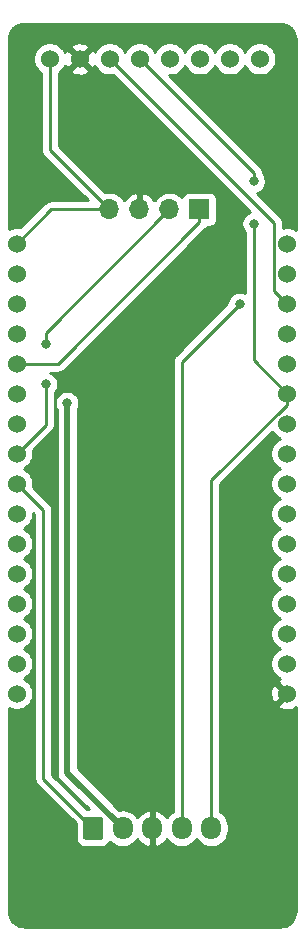
<source format=gbr>
G04 #@! TF.GenerationSoftware,KiCad,Pcbnew,(5.1.0-0)*
G04 #@! TF.CreationDate,2019-06-19T18:31:01-07:00*
G04 #@! TF.ProjectId,d32_sapflow_rtc,6433325f-7361-4706-966c-6f775f727463,rev?*
G04 #@! TF.SameCoordinates,Original*
G04 #@! TF.FileFunction,Copper,L1,Top*
G04 #@! TF.FilePolarity,Positive*
%FSLAX46Y46*%
G04 Gerber Fmt 4.6, Leading zero omitted, Abs format (unit mm)*
G04 Created by KiCad (PCBNEW (5.1.0-0)) date 2019-06-19 18:31:01*
%MOMM*%
%LPD*%
G04 APERTURE LIST*
%ADD10R,1.700000X1.700000*%
%ADD11O,1.700000X1.700000*%
%ADD12C,1.524000*%
%ADD13C,0.100000*%
%ADD14C,1.700000*%
%ADD15O,1.700000X1.950000*%
%ADD16C,0.800000*%
%ADD17C,0.250000*%
%ADD18C,0.500000*%
%ADD19C,0.254000*%
G04 APERTURE END LIST*
D10*
X170600000Y-85800000D03*
D11*
X168060000Y-85800000D03*
X165520000Y-85800000D03*
X162980000Y-85800000D03*
D12*
X155145001Y-88695001D03*
X155145001Y-91235001D03*
X155145001Y-93775001D03*
X155145001Y-96315001D03*
X155145001Y-98855001D03*
X155145001Y-101395001D03*
X155145001Y-103935001D03*
X155145001Y-106475001D03*
X155145001Y-109015001D03*
X155145001Y-111555001D03*
X155145001Y-114095001D03*
X155145001Y-116635001D03*
X155145001Y-119175001D03*
X155145001Y-121715001D03*
X155145001Y-124255001D03*
X155145001Y-126795001D03*
X178005001Y-126795001D03*
X178005001Y-124255001D03*
X178005001Y-121715001D03*
X178005001Y-119175001D03*
X178005001Y-116635001D03*
X178005001Y-114095001D03*
X178005001Y-111555001D03*
X178005001Y-109015001D03*
X178005001Y-106475001D03*
X178005001Y-103935001D03*
X178005001Y-101395001D03*
X178005001Y-98855001D03*
X178005001Y-96315001D03*
X178005001Y-93775001D03*
X178005001Y-91235001D03*
X178005001Y-88695001D03*
D13*
G36*
X162224504Y-137226204D02*
G01*
X162248773Y-137229804D01*
X162272571Y-137235765D01*
X162295671Y-137244030D01*
X162317849Y-137254520D01*
X162338893Y-137267133D01*
X162358598Y-137281747D01*
X162376777Y-137298223D01*
X162393253Y-137316402D01*
X162407867Y-137336107D01*
X162420480Y-137357151D01*
X162430970Y-137379329D01*
X162439235Y-137402429D01*
X162445196Y-137426227D01*
X162448796Y-137450496D01*
X162450000Y-137475000D01*
X162450000Y-138925000D01*
X162448796Y-138949504D01*
X162445196Y-138973773D01*
X162439235Y-138997571D01*
X162430970Y-139020671D01*
X162420480Y-139042849D01*
X162407867Y-139063893D01*
X162393253Y-139083598D01*
X162376777Y-139101777D01*
X162358598Y-139118253D01*
X162338893Y-139132867D01*
X162317849Y-139145480D01*
X162295671Y-139155970D01*
X162272571Y-139164235D01*
X162248773Y-139170196D01*
X162224504Y-139173796D01*
X162200000Y-139175000D01*
X161000000Y-139175000D01*
X160975496Y-139173796D01*
X160951227Y-139170196D01*
X160927429Y-139164235D01*
X160904329Y-139155970D01*
X160882151Y-139145480D01*
X160861107Y-139132867D01*
X160841402Y-139118253D01*
X160823223Y-139101777D01*
X160806747Y-139083598D01*
X160792133Y-139063893D01*
X160779520Y-139042849D01*
X160769030Y-139020671D01*
X160760765Y-138997571D01*
X160754804Y-138973773D01*
X160751204Y-138949504D01*
X160750000Y-138925000D01*
X160750000Y-137475000D01*
X160751204Y-137450496D01*
X160754804Y-137426227D01*
X160760765Y-137402429D01*
X160769030Y-137379329D01*
X160779520Y-137357151D01*
X160792133Y-137336107D01*
X160806747Y-137316402D01*
X160823223Y-137298223D01*
X160841402Y-137281747D01*
X160861107Y-137267133D01*
X160882151Y-137254520D01*
X160904329Y-137244030D01*
X160927429Y-137235765D01*
X160951227Y-137229804D01*
X160975496Y-137226204D01*
X161000000Y-137225000D01*
X162200000Y-137225000D01*
X162224504Y-137226204D01*
X162224504Y-137226204D01*
G37*
D14*
X161600000Y-138200000D03*
D15*
X164100000Y-138200000D03*
X166600000Y-138200000D03*
X169100000Y-138200000D03*
X171600000Y-138200000D03*
D12*
X157940000Y-73060000D03*
X160480000Y-73060000D03*
X163020000Y-73060000D03*
X165560000Y-73060000D03*
X168100000Y-73060000D03*
X170640000Y-73060000D03*
X173180000Y-73060000D03*
X175720000Y-73060000D03*
D16*
X157600000Y-97200000D03*
X157600000Y-100600000D03*
X159400000Y-102200000D03*
X175200000Y-83400000D03*
X175200000Y-87000000D03*
X174000000Y-93800000D03*
D17*
X156222631Y-98855001D02*
X155145001Y-98855001D01*
X170600000Y-86900000D02*
X158644999Y-98855001D01*
X158644999Y-98855001D02*
X156222631Y-98855001D01*
X170600000Y-85800000D02*
X170600000Y-86900000D01*
X157600000Y-96260000D02*
X157600000Y-97200000D01*
X168060000Y-85800000D02*
X157600000Y-96260000D01*
X157600000Y-104020002D02*
X155145001Y-106475001D01*
X157600000Y-100600000D02*
X157600000Y-104020002D01*
X158040002Y-85800000D02*
X155145001Y-88695001D01*
X162980000Y-85800000D02*
X158040002Y-85800000D01*
X157940000Y-80760000D02*
X162980000Y-85800000D01*
X157940000Y-73060000D02*
X157940000Y-80760000D01*
D18*
X164100000Y-138075000D02*
X164100000Y-138200000D01*
X159400000Y-102200000D02*
X159400000Y-133500000D01*
X159400000Y-133500000D02*
X164100000Y-138200000D01*
D17*
X160701628Y-137301628D02*
X161600000Y-138200000D01*
X157400000Y-134000000D02*
X160701628Y-137301628D01*
X157400000Y-111270000D02*
X157400000Y-134000000D01*
X155145001Y-109015001D02*
X157400000Y-111270000D01*
X175200000Y-82700000D02*
X175200000Y-83400000D01*
X165560000Y-73060000D02*
X175200000Y-82700000D01*
X175200000Y-98590000D02*
X178005001Y-101395001D01*
X175200000Y-87000000D02*
X175200000Y-98590000D01*
X171600000Y-108731240D02*
X171600000Y-136975000D01*
X171600000Y-136975000D02*
X171600000Y-138200000D01*
X178005001Y-102326239D02*
X171600000Y-108731240D01*
X178005001Y-101395001D02*
X178005001Y-102326239D01*
X163781999Y-73821999D02*
X163020000Y-73060000D01*
X176918000Y-86958000D02*
X163781999Y-73821999D01*
X176918000Y-92688000D02*
X176918000Y-86958000D01*
X178005001Y-93775001D02*
X176918000Y-92688000D01*
X169100000Y-98700000D02*
X174000000Y-93800000D01*
X169100000Y-138200000D02*
X169100000Y-98700000D01*
D19*
G36*
X177659659Y-70088625D02*
G01*
X177909429Y-70164035D01*
X178139792Y-70286522D01*
X178341980Y-70451422D01*
X178508286Y-70652450D01*
X178632378Y-70881954D01*
X178709531Y-71131195D01*
X178740000Y-71421088D01*
X178740000Y-87546766D01*
X178723981Y-87489345D01*
X178474953Y-87372245D01*
X178207866Y-87305978D01*
X177932984Y-87293091D01*
X177678000Y-87331498D01*
X177678000Y-86995325D01*
X177681676Y-86958000D01*
X177678000Y-86920675D01*
X177678000Y-86920667D01*
X177667003Y-86809014D01*
X177623546Y-86665753D01*
X177552974Y-86533724D01*
X177458001Y-86417999D01*
X177429003Y-86394201D01*
X175441952Y-84407150D01*
X175501898Y-84395226D01*
X175690256Y-84317205D01*
X175859774Y-84203937D01*
X176003937Y-84059774D01*
X176117205Y-83890256D01*
X176195226Y-83701898D01*
X176235000Y-83501939D01*
X176235000Y-83298061D01*
X176195226Y-83098102D01*
X176117205Y-82909744D01*
X176003937Y-82740226D01*
X175963672Y-82699961D01*
X175960000Y-82662675D01*
X175960000Y-82662667D01*
X175949003Y-82551014D01*
X175905546Y-82407753D01*
X175834974Y-82275724D01*
X175740001Y-82159999D01*
X175711004Y-82136202D01*
X168031801Y-74457000D01*
X168237592Y-74457000D01*
X168507490Y-74403314D01*
X168761727Y-74298005D01*
X168990535Y-74145120D01*
X169185120Y-73950535D01*
X169338005Y-73721727D01*
X169370000Y-73644485D01*
X169401995Y-73721727D01*
X169554880Y-73950535D01*
X169749465Y-74145120D01*
X169978273Y-74298005D01*
X170232510Y-74403314D01*
X170502408Y-74457000D01*
X170777592Y-74457000D01*
X171047490Y-74403314D01*
X171301727Y-74298005D01*
X171530535Y-74145120D01*
X171725120Y-73950535D01*
X171878005Y-73721727D01*
X171910000Y-73644485D01*
X171941995Y-73721727D01*
X172094880Y-73950535D01*
X172289465Y-74145120D01*
X172518273Y-74298005D01*
X172772510Y-74403314D01*
X173042408Y-74457000D01*
X173317592Y-74457000D01*
X173587490Y-74403314D01*
X173841727Y-74298005D01*
X174070535Y-74145120D01*
X174265120Y-73950535D01*
X174418005Y-73721727D01*
X174450000Y-73644485D01*
X174481995Y-73721727D01*
X174634880Y-73950535D01*
X174829465Y-74145120D01*
X175058273Y-74298005D01*
X175312510Y-74403314D01*
X175582408Y-74457000D01*
X175857592Y-74457000D01*
X176127490Y-74403314D01*
X176381727Y-74298005D01*
X176610535Y-74145120D01*
X176805120Y-73950535D01*
X176958005Y-73721727D01*
X177063314Y-73467490D01*
X177117000Y-73197592D01*
X177117000Y-72922408D01*
X177063314Y-72652510D01*
X176958005Y-72398273D01*
X176805120Y-72169465D01*
X176610535Y-71974880D01*
X176381727Y-71821995D01*
X176127490Y-71716686D01*
X175857592Y-71663000D01*
X175582408Y-71663000D01*
X175312510Y-71716686D01*
X175058273Y-71821995D01*
X174829465Y-71974880D01*
X174634880Y-72169465D01*
X174481995Y-72398273D01*
X174450000Y-72475515D01*
X174418005Y-72398273D01*
X174265120Y-72169465D01*
X174070535Y-71974880D01*
X173841727Y-71821995D01*
X173587490Y-71716686D01*
X173317592Y-71663000D01*
X173042408Y-71663000D01*
X172772510Y-71716686D01*
X172518273Y-71821995D01*
X172289465Y-71974880D01*
X172094880Y-72169465D01*
X171941995Y-72398273D01*
X171910000Y-72475515D01*
X171878005Y-72398273D01*
X171725120Y-72169465D01*
X171530535Y-71974880D01*
X171301727Y-71821995D01*
X171047490Y-71716686D01*
X170777592Y-71663000D01*
X170502408Y-71663000D01*
X170232510Y-71716686D01*
X169978273Y-71821995D01*
X169749465Y-71974880D01*
X169554880Y-72169465D01*
X169401995Y-72398273D01*
X169370000Y-72475515D01*
X169338005Y-72398273D01*
X169185120Y-72169465D01*
X168990535Y-71974880D01*
X168761727Y-71821995D01*
X168507490Y-71716686D01*
X168237592Y-71663000D01*
X167962408Y-71663000D01*
X167692510Y-71716686D01*
X167438273Y-71821995D01*
X167209465Y-71974880D01*
X167014880Y-72169465D01*
X166861995Y-72398273D01*
X166830000Y-72475515D01*
X166798005Y-72398273D01*
X166645120Y-72169465D01*
X166450535Y-71974880D01*
X166221727Y-71821995D01*
X165967490Y-71716686D01*
X165697592Y-71663000D01*
X165422408Y-71663000D01*
X165152510Y-71716686D01*
X164898273Y-71821995D01*
X164669465Y-71974880D01*
X164474880Y-72169465D01*
X164321995Y-72398273D01*
X164290000Y-72475515D01*
X164258005Y-72398273D01*
X164105120Y-72169465D01*
X163910535Y-71974880D01*
X163681727Y-71821995D01*
X163427490Y-71716686D01*
X163157592Y-71663000D01*
X162882408Y-71663000D01*
X162612510Y-71716686D01*
X162358273Y-71821995D01*
X162129465Y-71974880D01*
X161934880Y-72169465D01*
X161781995Y-72398273D01*
X161752308Y-72469943D01*
X161747636Y-72456977D01*
X161685656Y-72341020D01*
X161445565Y-72274040D01*
X160659605Y-73060000D01*
X161445565Y-73845960D01*
X161685656Y-73778980D01*
X161749485Y-73643240D01*
X161781995Y-73721727D01*
X161934880Y-73950535D01*
X162129465Y-74145120D01*
X162358273Y-74298005D01*
X162612510Y-74403314D01*
X162882408Y-74457000D01*
X163157592Y-74457000D01*
X163311571Y-74426372D01*
X174892353Y-86007155D01*
X174709744Y-86082795D01*
X174540226Y-86196063D01*
X174396063Y-86340226D01*
X174282795Y-86509744D01*
X174204774Y-86698102D01*
X174165000Y-86898061D01*
X174165000Y-87101939D01*
X174204774Y-87301898D01*
X174282795Y-87490256D01*
X174396063Y-87659774D01*
X174440000Y-87703711D01*
X174440001Y-92861978D01*
X174301898Y-92804774D01*
X174101939Y-92765000D01*
X173898061Y-92765000D01*
X173698102Y-92804774D01*
X173509744Y-92882795D01*
X173340226Y-92996063D01*
X173196063Y-93140226D01*
X173082795Y-93309744D01*
X173004774Y-93498102D01*
X172965000Y-93698061D01*
X172965000Y-93760197D01*
X168588998Y-98136201D01*
X168560000Y-98159999D01*
X168536202Y-98188997D01*
X168536201Y-98188998D01*
X168465026Y-98275724D01*
X168394454Y-98407754D01*
X168350998Y-98551015D01*
X168336324Y-98700000D01*
X168340001Y-98737333D01*
X168340000Y-136797405D01*
X168270986Y-136834294D01*
X168044866Y-137019866D01*
X167859294Y-137245987D01*
X167845538Y-137271722D01*
X167689049Y-137065571D01*
X167471193Y-136872504D01*
X167219858Y-136725648D01*
X166956890Y-136633524D01*
X166727000Y-136754845D01*
X166727000Y-138073000D01*
X166747000Y-138073000D01*
X166747000Y-138327000D01*
X166727000Y-138327000D01*
X166727000Y-139645155D01*
X166956890Y-139766476D01*
X167219858Y-139674352D01*
X167471193Y-139527496D01*
X167689049Y-139334429D01*
X167845538Y-139128278D01*
X167859294Y-139154014D01*
X168044866Y-139380134D01*
X168270987Y-139565706D01*
X168528967Y-139703599D01*
X168808890Y-139788513D01*
X169100000Y-139817185D01*
X169391111Y-139788513D01*
X169671034Y-139703599D01*
X169929014Y-139565706D01*
X170155134Y-139380134D01*
X170340706Y-139154014D01*
X170350000Y-139136626D01*
X170359294Y-139154014D01*
X170544866Y-139380134D01*
X170770987Y-139565706D01*
X171028967Y-139703599D01*
X171308890Y-139788513D01*
X171600000Y-139817185D01*
X171891111Y-139788513D01*
X172171034Y-139703599D01*
X172429014Y-139565706D01*
X172655134Y-139380134D01*
X172840706Y-139154014D01*
X172978599Y-138896033D01*
X173063513Y-138616110D01*
X173085000Y-138397949D01*
X173085000Y-138002050D01*
X173063513Y-137783889D01*
X172978599Y-137503966D01*
X172840706Y-137245986D01*
X172655134Y-137019866D01*
X172429013Y-136834294D01*
X172360000Y-136797406D01*
X172360000Y-126867018D01*
X176603091Y-126867018D01*
X176644079Y-127139134D01*
X176737365Y-127398024D01*
X176799345Y-127513981D01*
X177039436Y-127580961D01*
X177825396Y-126795001D01*
X177039436Y-126009041D01*
X176799345Y-126076021D01*
X176682245Y-126325049D01*
X176615978Y-126592136D01*
X176603091Y-126867018D01*
X172360000Y-126867018D01*
X172360000Y-109046041D01*
X176783946Y-104622096D01*
X176919881Y-104825536D01*
X177114466Y-105020121D01*
X177343274Y-105173006D01*
X177420516Y-105205001D01*
X177343274Y-105236996D01*
X177114466Y-105389881D01*
X176919881Y-105584466D01*
X176766996Y-105813274D01*
X176661687Y-106067511D01*
X176608001Y-106337409D01*
X176608001Y-106612593D01*
X176661687Y-106882491D01*
X176766996Y-107136728D01*
X176919881Y-107365536D01*
X177114466Y-107560121D01*
X177343274Y-107713006D01*
X177420516Y-107745001D01*
X177343274Y-107776996D01*
X177114466Y-107929881D01*
X176919881Y-108124466D01*
X176766996Y-108353274D01*
X176661687Y-108607511D01*
X176608001Y-108877409D01*
X176608001Y-109152593D01*
X176661687Y-109422491D01*
X176766996Y-109676728D01*
X176919881Y-109905536D01*
X177114466Y-110100121D01*
X177343274Y-110253006D01*
X177420516Y-110285001D01*
X177343274Y-110316996D01*
X177114466Y-110469881D01*
X176919881Y-110664466D01*
X176766996Y-110893274D01*
X176661687Y-111147511D01*
X176608001Y-111417409D01*
X176608001Y-111692593D01*
X176661687Y-111962491D01*
X176766996Y-112216728D01*
X176919881Y-112445536D01*
X177114466Y-112640121D01*
X177343274Y-112793006D01*
X177420516Y-112825001D01*
X177343274Y-112856996D01*
X177114466Y-113009881D01*
X176919881Y-113204466D01*
X176766996Y-113433274D01*
X176661687Y-113687511D01*
X176608001Y-113957409D01*
X176608001Y-114232593D01*
X176661687Y-114502491D01*
X176766996Y-114756728D01*
X176919881Y-114985536D01*
X177114466Y-115180121D01*
X177343274Y-115333006D01*
X177420516Y-115365001D01*
X177343274Y-115396996D01*
X177114466Y-115549881D01*
X176919881Y-115744466D01*
X176766996Y-115973274D01*
X176661687Y-116227511D01*
X176608001Y-116497409D01*
X176608001Y-116772593D01*
X176661687Y-117042491D01*
X176766996Y-117296728D01*
X176919881Y-117525536D01*
X177114466Y-117720121D01*
X177343274Y-117873006D01*
X177420516Y-117905001D01*
X177343274Y-117936996D01*
X177114466Y-118089881D01*
X176919881Y-118284466D01*
X176766996Y-118513274D01*
X176661687Y-118767511D01*
X176608001Y-119037409D01*
X176608001Y-119312593D01*
X176661687Y-119582491D01*
X176766996Y-119836728D01*
X176919881Y-120065536D01*
X177114466Y-120260121D01*
X177343274Y-120413006D01*
X177420516Y-120445001D01*
X177343274Y-120476996D01*
X177114466Y-120629881D01*
X176919881Y-120824466D01*
X176766996Y-121053274D01*
X176661687Y-121307511D01*
X176608001Y-121577409D01*
X176608001Y-121852593D01*
X176661687Y-122122491D01*
X176766996Y-122376728D01*
X176919881Y-122605536D01*
X177114466Y-122800121D01*
X177343274Y-122953006D01*
X177420516Y-122985001D01*
X177343274Y-123016996D01*
X177114466Y-123169881D01*
X176919881Y-123364466D01*
X176766996Y-123593274D01*
X176661687Y-123847511D01*
X176608001Y-124117409D01*
X176608001Y-124392593D01*
X176661687Y-124662491D01*
X176766996Y-124916728D01*
X176919881Y-125145536D01*
X177114466Y-125340121D01*
X177343274Y-125493006D01*
X177414944Y-125522693D01*
X177401978Y-125527365D01*
X177286021Y-125589345D01*
X177219041Y-125829436D01*
X178005001Y-126615396D01*
X178019144Y-126601254D01*
X178198749Y-126780859D01*
X178184606Y-126795001D01*
X178198749Y-126809144D01*
X178019144Y-126988749D01*
X178005001Y-126974606D01*
X177219041Y-127760566D01*
X177286021Y-128000657D01*
X177535049Y-128117757D01*
X177802136Y-128184024D01*
X178077018Y-128196911D01*
X178349134Y-128155923D01*
X178608024Y-128062637D01*
X178723981Y-128000657D01*
X178740001Y-127943234D01*
X178740001Y-145167711D01*
X178711375Y-145459660D01*
X178635965Y-145709429D01*
X178513477Y-145939794D01*
X178348579Y-146141979D01*
X178147546Y-146308288D01*
X177918046Y-146432378D01*
X177668805Y-146509531D01*
X177378911Y-146540000D01*
X155832279Y-146540000D01*
X155540340Y-146511375D01*
X155290571Y-146435965D01*
X155060206Y-146313477D01*
X154858021Y-146148579D01*
X154691712Y-145947546D01*
X154567622Y-145718046D01*
X154490469Y-145468805D01*
X154460000Y-145178911D01*
X154460000Y-128017455D01*
X154483274Y-128033006D01*
X154737511Y-128138315D01*
X155007409Y-128192001D01*
X155282593Y-128192001D01*
X155552491Y-128138315D01*
X155806728Y-128033006D01*
X156035536Y-127880121D01*
X156230121Y-127685536D01*
X156383006Y-127456728D01*
X156488315Y-127202491D01*
X156542001Y-126932593D01*
X156542001Y-126657409D01*
X156488315Y-126387511D01*
X156383006Y-126133274D01*
X156230121Y-125904466D01*
X156035536Y-125709881D01*
X155806728Y-125556996D01*
X155729486Y-125525001D01*
X155806728Y-125493006D01*
X156035536Y-125340121D01*
X156230121Y-125145536D01*
X156383006Y-124916728D01*
X156488315Y-124662491D01*
X156542001Y-124392593D01*
X156542001Y-124117409D01*
X156488315Y-123847511D01*
X156383006Y-123593274D01*
X156230121Y-123364466D01*
X156035536Y-123169881D01*
X155806728Y-123016996D01*
X155729486Y-122985001D01*
X155806728Y-122953006D01*
X156035536Y-122800121D01*
X156230121Y-122605536D01*
X156383006Y-122376728D01*
X156488315Y-122122491D01*
X156542001Y-121852593D01*
X156542001Y-121577409D01*
X156488315Y-121307511D01*
X156383006Y-121053274D01*
X156230121Y-120824466D01*
X156035536Y-120629881D01*
X155806728Y-120476996D01*
X155729486Y-120445001D01*
X155806728Y-120413006D01*
X156035536Y-120260121D01*
X156230121Y-120065536D01*
X156383006Y-119836728D01*
X156488315Y-119582491D01*
X156542001Y-119312593D01*
X156542001Y-119037409D01*
X156488315Y-118767511D01*
X156383006Y-118513274D01*
X156230121Y-118284466D01*
X156035536Y-118089881D01*
X155806728Y-117936996D01*
X155729486Y-117905001D01*
X155806728Y-117873006D01*
X156035536Y-117720121D01*
X156230121Y-117525536D01*
X156383006Y-117296728D01*
X156488315Y-117042491D01*
X156542001Y-116772593D01*
X156542001Y-116497409D01*
X156488315Y-116227511D01*
X156383006Y-115973274D01*
X156230121Y-115744466D01*
X156035536Y-115549881D01*
X155806728Y-115396996D01*
X155729486Y-115365001D01*
X155806728Y-115333006D01*
X156035536Y-115180121D01*
X156230121Y-114985536D01*
X156383006Y-114756728D01*
X156488315Y-114502491D01*
X156542001Y-114232593D01*
X156542001Y-113957409D01*
X156488315Y-113687511D01*
X156383006Y-113433274D01*
X156230121Y-113204466D01*
X156035536Y-113009881D01*
X155806728Y-112856996D01*
X155729486Y-112825001D01*
X155806728Y-112793006D01*
X156035536Y-112640121D01*
X156230121Y-112445536D01*
X156383006Y-112216728D01*
X156488315Y-111962491D01*
X156542001Y-111692593D01*
X156542001Y-111486803D01*
X156640000Y-111584802D01*
X156640001Y-133962667D01*
X156636324Y-134000000D01*
X156650998Y-134148985D01*
X156694454Y-134292246D01*
X156765026Y-134424276D01*
X156836201Y-134511002D01*
X156860000Y-134540001D01*
X156888998Y-134563799D01*
X160111928Y-137786730D01*
X160111928Y-138925000D01*
X160128992Y-139098254D01*
X160179528Y-139264850D01*
X160261595Y-139418386D01*
X160372038Y-139552962D01*
X160506614Y-139663405D01*
X160660150Y-139745472D01*
X160826746Y-139796008D01*
X161000000Y-139813072D01*
X162200000Y-139813072D01*
X162373254Y-139796008D01*
X162539850Y-139745472D01*
X162693386Y-139663405D01*
X162827962Y-139552962D01*
X162938405Y-139418386D01*
X162992777Y-139316663D01*
X163044866Y-139380134D01*
X163270987Y-139565706D01*
X163528967Y-139703599D01*
X163808890Y-139788513D01*
X164100000Y-139817185D01*
X164391111Y-139788513D01*
X164671034Y-139703599D01*
X164929014Y-139565706D01*
X165155134Y-139380134D01*
X165340706Y-139154014D01*
X165354462Y-139128278D01*
X165510951Y-139334429D01*
X165728807Y-139527496D01*
X165980142Y-139674352D01*
X166243110Y-139766476D01*
X166473000Y-139645155D01*
X166473000Y-138327000D01*
X166453000Y-138327000D01*
X166453000Y-138073000D01*
X166473000Y-138073000D01*
X166473000Y-136754845D01*
X166243110Y-136633524D01*
X165980142Y-136725648D01*
X165728807Y-136872504D01*
X165510951Y-137065571D01*
X165354462Y-137271722D01*
X165340706Y-137245986D01*
X165155134Y-137019866D01*
X164929013Y-136834294D01*
X164671033Y-136696401D01*
X164391110Y-136611487D01*
X164100000Y-136582815D01*
X163808889Y-136611487D01*
X163773731Y-136622152D01*
X160285000Y-133133422D01*
X160285000Y-102738454D01*
X160317205Y-102690256D01*
X160395226Y-102501898D01*
X160435000Y-102301939D01*
X160435000Y-102098061D01*
X160395226Y-101898102D01*
X160317205Y-101709744D01*
X160203937Y-101540226D01*
X160059774Y-101396063D01*
X159890256Y-101282795D01*
X159701898Y-101204774D01*
X159501939Y-101165000D01*
X159298061Y-101165000D01*
X159098102Y-101204774D01*
X158909744Y-101282795D01*
X158740226Y-101396063D01*
X158596063Y-101540226D01*
X158482795Y-101709744D01*
X158404774Y-101898102D01*
X158365000Y-102098061D01*
X158365000Y-102301939D01*
X158404774Y-102501898D01*
X158482795Y-102690256D01*
X158515000Y-102738454D01*
X158515001Y-133456521D01*
X158510719Y-133500000D01*
X158527805Y-133673490D01*
X158578412Y-133840313D01*
X158660590Y-133994059D01*
X158743468Y-134095046D01*
X158743471Y-134095049D01*
X158771184Y-134128817D01*
X158804952Y-134156530D01*
X161235349Y-136586928D01*
X161061730Y-136586928D01*
X158160000Y-133685199D01*
X158160000Y-111307322D01*
X158163676Y-111269999D01*
X158160000Y-111232676D01*
X158160000Y-111232667D01*
X158149003Y-111121014D01*
X158105546Y-110977753D01*
X158034974Y-110845724D01*
X157940001Y-110729999D01*
X157911004Y-110706202D01*
X156511373Y-109306571D01*
X156542001Y-109152593D01*
X156542001Y-108877409D01*
X156488315Y-108607511D01*
X156383006Y-108353274D01*
X156230121Y-108124466D01*
X156035536Y-107929881D01*
X155806728Y-107776996D01*
X155729486Y-107745001D01*
X155806728Y-107713006D01*
X156035536Y-107560121D01*
X156230121Y-107365536D01*
X156383006Y-107136728D01*
X156488315Y-106882491D01*
X156542001Y-106612593D01*
X156542001Y-106337409D01*
X156511373Y-106183431D01*
X158111003Y-104583801D01*
X158140001Y-104560003D01*
X158166332Y-104527919D01*
X158234974Y-104444279D01*
X158305546Y-104312249D01*
X158349003Y-104168988D01*
X158360000Y-104057335D01*
X158360000Y-104057325D01*
X158363676Y-104020002D01*
X158360000Y-103982679D01*
X158360000Y-101303711D01*
X158403937Y-101259774D01*
X158517205Y-101090256D01*
X158595226Y-100901898D01*
X158635000Y-100701939D01*
X158635000Y-100498061D01*
X158595226Y-100298102D01*
X158517205Y-100109744D01*
X158403937Y-99940226D01*
X158259774Y-99796063D01*
X158090256Y-99682795D01*
X157926588Y-99615001D01*
X158607677Y-99615001D01*
X158644999Y-99618677D01*
X158682321Y-99615001D01*
X158682332Y-99615001D01*
X158793985Y-99604004D01*
X158937246Y-99560547D01*
X159069275Y-99489975D01*
X159185000Y-99395002D01*
X159208803Y-99365998D01*
X171111003Y-87463799D01*
X171140001Y-87440001D01*
X171234974Y-87324276D01*
X171254326Y-87288072D01*
X171450000Y-87288072D01*
X171574482Y-87275812D01*
X171694180Y-87239502D01*
X171804494Y-87180537D01*
X171901185Y-87101185D01*
X171980537Y-87004494D01*
X172039502Y-86894180D01*
X172075812Y-86774482D01*
X172088072Y-86650000D01*
X172088072Y-84950000D01*
X172075812Y-84825518D01*
X172039502Y-84705820D01*
X171980537Y-84595506D01*
X171901185Y-84498815D01*
X171804494Y-84419463D01*
X171694180Y-84360498D01*
X171574482Y-84324188D01*
X171450000Y-84311928D01*
X169750000Y-84311928D01*
X169625518Y-84324188D01*
X169505820Y-84360498D01*
X169395506Y-84419463D01*
X169298815Y-84498815D01*
X169219463Y-84595506D01*
X169160498Y-84705820D01*
X169139607Y-84774687D01*
X169115134Y-84744866D01*
X168889014Y-84559294D01*
X168631034Y-84421401D01*
X168351111Y-84336487D01*
X168132950Y-84315000D01*
X167987050Y-84315000D01*
X167768889Y-84336487D01*
X167488966Y-84421401D01*
X167230986Y-84559294D01*
X167004866Y-84744866D01*
X166819294Y-84970986D01*
X166784799Y-85035523D01*
X166715178Y-84918645D01*
X166520269Y-84702412D01*
X166286920Y-84528359D01*
X166024099Y-84403175D01*
X165876890Y-84358524D01*
X165647000Y-84479845D01*
X165647000Y-85673000D01*
X165667000Y-85673000D01*
X165667000Y-85927000D01*
X165647000Y-85927000D01*
X165647000Y-85947000D01*
X165393000Y-85947000D01*
X165393000Y-85927000D01*
X165373000Y-85927000D01*
X165373000Y-85673000D01*
X165393000Y-85673000D01*
X165393000Y-84479845D01*
X165163110Y-84358524D01*
X165015901Y-84403175D01*
X164753080Y-84528359D01*
X164519731Y-84702412D01*
X164324822Y-84918645D01*
X164255201Y-85035523D01*
X164220706Y-84970986D01*
X164035134Y-84744866D01*
X163809014Y-84559294D01*
X163551034Y-84421401D01*
X163271111Y-84336487D01*
X163052950Y-84315000D01*
X162907050Y-84315000D01*
X162688889Y-84336487D01*
X162614005Y-84359203D01*
X158700000Y-80445199D01*
X158700000Y-74232341D01*
X158830535Y-74145120D01*
X158950090Y-74025565D01*
X159694040Y-74025565D01*
X159761020Y-74265656D01*
X160010048Y-74382756D01*
X160277135Y-74449023D01*
X160552017Y-74461910D01*
X160824133Y-74420922D01*
X161083023Y-74327636D01*
X161198980Y-74265656D01*
X161265960Y-74025565D01*
X160480000Y-73239605D01*
X159694040Y-74025565D01*
X158950090Y-74025565D01*
X159025120Y-73950535D01*
X159178005Y-73721727D01*
X159207692Y-73650057D01*
X159212364Y-73663023D01*
X159274344Y-73778980D01*
X159514435Y-73845960D01*
X160300395Y-73060000D01*
X159514435Y-72274040D01*
X159274344Y-72341020D01*
X159210515Y-72476760D01*
X159178005Y-72398273D01*
X159025120Y-72169465D01*
X158950090Y-72094435D01*
X159694040Y-72094435D01*
X160480000Y-72880395D01*
X161265960Y-72094435D01*
X161198980Y-71854344D01*
X160949952Y-71737244D01*
X160682865Y-71670977D01*
X160407983Y-71658090D01*
X160135867Y-71699078D01*
X159876977Y-71792364D01*
X159761020Y-71854344D01*
X159694040Y-72094435D01*
X158950090Y-72094435D01*
X158830535Y-71974880D01*
X158601727Y-71821995D01*
X158347490Y-71716686D01*
X158077592Y-71663000D01*
X157802408Y-71663000D01*
X157532510Y-71716686D01*
X157278273Y-71821995D01*
X157049465Y-71974880D01*
X156854880Y-72169465D01*
X156701995Y-72398273D01*
X156596686Y-72652510D01*
X156543000Y-72922408D01*
X156543000Y-73197592D01*
X156596686Y-73467490D01*
X156701995Y-73721727D01*
X156854880Y-73950535D01*
X157049465Y-74145120D01*
X157180000Y-74232341D01*
X157180001Y-80722668D01*
X157176324Y-80760000D01*
X157190998Y-80908985D01*
X157234454Y-81052246D01*
X157305026Y-81184276D01*
X157376201Y-81271002D01*
X157400000Y-81300001D01*
X157428998Y-81323799D01*
X161145198Y-85040000D01*
X158077327Y-85040000D01*
X158040002Y-85036324D01*
X158002677Y-85040000D01*
X158002669Y-85040000D01*
X157891016Y-85050997D01*
X157747755Y-85094454D01*
X157615726Y-85165026D01*
X157500001Y-85259999D01*
X157476203Y-85288997D01*
X155436572Y-87328629D01*
X155282593Y-87298001D01*
X155007409Y-87298001D01*
X154737511Y-87351687D01*
X154483274Y-87456996D01*
X154460000Y-87472547D01*
X154460000Y-71432279D01*
X154488625Y-71140341D01*
X154564035Y-70890571D01*
X154686522Y-70660208D01*
X154851422Y-70458020D01*
X155052450Y-70291714D01*
X155281954Y-70167622D01*
X155531195Y-70090469D01*
X155821088Y-70060000D01*
X177367721Y-70060000D01*
X177659659Y-70088625D01*
X177659659Y-70088625D01*
G37*
X177659659Y-70088625D02*
X177909429Y-70164035D01*
X178139792Y-70286522D01*
X178341980Y-70451422D01*
X178508286Y-70652450D01*
X178632378Y-70881954D01*
X178709531Y-71131195D01*
X178740000Y-71421088D01*
X178740000Y-87546766D01*
X178723981Y-87489345D01*
X178474953Y-87372245D01*
X178207866Y-87305978D01*
X177932984Y-87293091D01*
X177678000Y-87331498D01*
X177678000Y-86995325D01*
X177681676Y-86958000D01*
X177678000Y-86920675D01*
X177678000Y-86920667D01*
X177667003Y-86809014D01*
X177623546Y-86665753D01*
X177552974Y-86533724D01*
X177458001Y-86417999D01*
X177429003Y-86394201D01*
X175441952Y-84407150D01*
X175501898Y-84395226D01*
X175690256Y-84317205D01*
X175859774Y-84203937D01*
X176003937Y-84059774D01*
X176117205Y-83890256D01*
X176195226Y-83701898D01*
X176235000Y-83501939D01*
X176235000Y-83298061D01*
X176195226Y-83098102D01*
X176117205Y-82909744D01*
X176003937Y-82740226D01*
X175963672Y-82699961D01*
X175960000Y-82662675D01*
X175960000Y-82662667D01*
X175949003Y-82551014D01*
X175905546Y-82407753D01*
X175834974Y-82275724D01*
X175740001Y-82159999D01*
X175711004Y-82136202D01*
X168031801Y-74457000D01*
X168237592Y-74457000D01*
X168507490Y-74403314D01*
X168761727Y-74298005D01*
X168990535Y-74145120D01*
X169185120Y-73950535D01*
X169338005Y-73721727D01*
X169370000Y-73644485D01*
X169401995Y-73721727D01*
X169554880Y-73950535D01*
X169749465Y-74145120D01*
X169978273Y-74298005D01*
X170232510Y-74403314D01*
X170502408Y-74457000D01*
X170777592Y-74457000D01*
X171047490Y-74403314D01*
X171301727Y-74298005D01*
X171530535Y-74145120D01*
X171725120Y-73950535D01*
X171878005Y-73721727D01*
X171910000Y-73644485D01*
X171941995Y-73721727D01*
X172094880Y-73950535D01*
X172289465Y-74145120D01*
X172518273Y-74298005D01*
X172772510Y-74403314D01*
X173042408Y-74457000D01*
X173317592Y-74457000D01*
X173587490Y-74403314D01*
X173841727Y-74298005D01*
X174070535Y-74145120D01*
X174265120Y-73950535D01*
X174418005Y-73721727D01*
X174450000Y-73644485D01*
X174481995Y-73721727D01*
X174634880Y-73950535D01*
X174829465Y-74145120D01*
X175058273Y-74298005D01*
X175312510Y-74403314D01*
X175582408Y-74457000D01*
X175857592Y-74457000D01*
X176127490Y-74403314D01*
X176381727Y-74298005D01*
X176610535Y-74145120D01*
X176805120Y-73950535D01*
X176958005Y-73721727D01*
X177063314Y-73467490D01*
X177117000Y-73197592D01*
X177117000Y-72922408D01*
X177063314Y-72652510D01*
X176958005Y-72398273D01*
X176805120Y-72169465D01*
X176610535Y-71974880D01*
X176381727Y-71821995D01*
X176127490Y-71716686D01*
X175857592Y-71663000D01*
X175582408Y-71663000D01*
X175312510Y-71716686D01*
X175058273Y-71821995D01*
X174829465Y-71974880D01*
X174634880Y-72169465D01*
X174481995Y-72398273D01*
X174450000Y-72475515D01*
X174418005Y-72398273D01*
X174265120Y-72169465D01*
X174070535Y-71974880D01*
X173841727Y-71821995D01*
X173587490Y-71716686D01*
X173317592Y-71663000D01*
X173042408Y-71663000D01*
X172772510Y-71716686D01*
X172518273Y-71821995D01*
X172289465Y-71974880D01*
X172094880Y-72169465D01*
X171941995Y-72398273D01*
X171910000Y-72475515D01*
X171878005Y-72398273D01*
X171725120Y-72169465D01*
X171530535Y-71974880D01*
X171301727Y-71821995D01*
X171047490Y-71716686D01*
X170777592Y-71663000D01*
X170502408Y-71663000D01*
X170232510Y-71716686D01*
X169978273Y-71821995D01*
X169749465Y-71974880D01*
X169554880Y-72169465D01*
X169401995Y-72398273D01*
X169370000Y-72475515D01*
X169338005Y-72398273D01*
X169185120Y-72169465D01*
X168990535Y-71974880D01*
X168761727Y-71821995D01*
X168507490Y-71716686D01*
X168237592Y-71663000D01*
X167962408Y-71663000D01*
X167692510Y-71716686D01*
X167438273Y-71821995D01*
X167209465Y-71974880D01*
X167014880Y-72169465D01*
X166861995Y-72398273D01*
X166830000Y-72475515D01*
X166798005Y-72398273D01*
X166645120Y-72169465D01*
X166450535Y-71974880D01*
X166221727Y-71821995D01*
X165967490Y-71716686D01*
X165697592Y-71663000D01*
X165422408Y-71663000D01*
X165152510Y-71716686D01*
X164898273Y-71821995D01*
X164669465Y-71974880D01*
X164474880Y-72169465D01*
X164321995Y-72398273D01*
X164290000Y-72475515D01*
X164258005Y-72398273D01*
X164105120Y-72169465D01*
X163910535Y-71974880D01*
X163681727Y-71821995D01*
X163427490Y-71716686D01*
X163157592Y-71663000D01*
X162882408Y-71663000D01*
X162612510Y-71716686D01*
X162358273Y-71821995D01*
X162129465Y-71974880D01*
X161934880Y-72169465D01*
X161781995Y-72398273D01*
X161752308Y-72469943D01*
X161747636Y-72456977D01*
X161685656Y-72341020D01*
X161445565Y-72274040D01*
X160659605Y-73060000D01*
X161445565Y-73845960D01*
X161685656Y-73778980D01*
X161749485Y-73643240D01*
X161781995Y-73721727D01*
X161934880Y-73950535D01*
X162129465Y-74145120D01*
X162358273Y-74298005D01*
X162612510Y-74403314D01*
X162882408Y-74457000D01*
X163157592Y-74457000D01*
X163311571Y-74426372D01*
X174892353Y-86007155D01*
X174709744Y-86082795D01*
X174540226Y-86196063D01*
X174396063Y-86340226D01*
X174282795Y-86509744D01*
X174204774Y-86698102D01*
X174165000Y-86898061D01*
X174165000Y-87101939D01*
X174204774Y-87301898D01*
X174282795Y-87490256D01*
X174396063Y-87659774D01*
X174440000Y-87703711D01*
X174440001Y-92861978D01*
X174301898Y-92804774D01*
X174101939Y-92765000D01*
X173898061Y-92765000D01*
X173698102Y-92804774D01*
X173509744Y-92882795D01*
X173340226Y-92996063D01*
X173196063Y-93140226D01*
X173082795Y-93309744D01*
X173004774Y-93498102D01*
X172965000Y-93698061D01*
X172965000Y-93760197D01*
X168588998Y-98136201D01*
X168560000Y-98159999D01*
X168536202Y-98188997D01*
X168536201Y-98188998D01*
X168465026Y-98275724D01*
X168394454Y-98407754D01*
X168350998Y-98551015D01*
X168336324Y-98700000D01*
X168340001Y-98737333D01*
X168340000Y-136797405D01*
X168270986Y-136834294D01*
X168044866Y-137019866D01*
X167859294Y-137245987D01*
X167845538Y-137271722D01*
X167689049Y-137065571D01*
X167471193Y-136872504D01*
X167219858Y-136725648D01*
X166956890Y-136633524D01*
X166727000Y-136754845D01*
X166727000Y-138073000D01*
X166747000Y-138073000D01*
X166747000Y-138327000D01*
X166727000Y-138327000D01*
X166727000Y-139645155D01*
X166956890Y-139766476D01*
X167219858Y-139674352D01*
X167471193Y-139527496D01*
X167689049Y-139334429D01*
X167845538Y-139128278D01*
X167859294Y-139154014D01*
X168044866Y-139380134D01*
X168270987Y-139565706D01*
X168528967Y-139703599D01*
X168808890Y-139788513D01*
X169100000Y-139817185D01*
X169391111Y-139788513D01*
X169671034Y-139703599D01*
X169929014Y-139565706D01*
X170155134Y-139380134D01*
X170340706Y-139154014D01*
X170350000Y-139136626D01*
X170359294Y-139154014D01*
X170544866Y-139380134D01*
X170770987Y-139565706D01*
X171028967Y-139703599D01*
X171308890Y-139788513D01*
X171600000Y-139817185D01*
X171891111Y-139788513D01*
X172171034Y-139703599D01*
X172429014Y-139565706D01*
X172655134Y-139380134D01*
X172840706Y-139154014D01*
X172978599Y-138896033D01*
X173063513Y-138616110D01*
X173085000Y-138397949D01*
X173085000Y-138002050D01*
X173063513Y-137783889D01*
X172978599Y-137503966D01*
X172840706Y-137245986D01*
X172655134Y-137019866D01*
X172429013Y-136834294D01*
X172360000Y-136797406D01*
X172360000Y-126867018D01*
X176603091Y-126867018D01*
X176644079Y-127139134D01*
X176737365Y-127398024D01*
X176799345Y-127513981D01*
X177039436Y-127580961D01*
X177825396Y-126795001D01*
X177039436Y-126009041D01*
X176799345Y-126076021D01*
X176682245Y-126325049D01*
X176615978Y-126592136D01*
X176603091Y-126867018D01*
X172360000Y-126867018D01*
X172360000Y-109046041D01*
X176783946Y-104622096D01*
X176919881Y-104825536D01*
X177114466Y-105020121D01*
X177343274Y-105173006D01*
X177420516Y-105205001D01*
X177343274Y-105236996D01*
X177114466Y-105389881D01*
X176919881Y-105584466D01*
X176766996Y-105813274D01*
X176661687Y-106067511D01*
X176608001Y-106337409D01*
X176608001Y-106612593D01*
X176661687Y-106882491D01*
X176766996Y-107136728D01*
X176919881Y-107365536D01*
X177114466Y-107560121D01*
X177343274Y-107713006D01*
X177420516Y-107745001D01*
X177343274Y-107776996D01*
X177114466Y-107929881D01*
X176919881Y-108124466D01*
X176766996Y-108353274D01*
X176661687Y-108607511D01*
X176608001Y-108877409D01*
X176608001Y-109152593D01*
X176661687Y-109422491D01*
X176766996Y-109676728D01*
X176919881Y-109905536D01*
X177114466Y-110100121D01*
X177343274Y-110253006D01*
X177420516Y-110285001D01*
X177343274Y-110316996D01*
X177114466Y-110469881D01*
X176919881Y-110664466D01*
X176766996Y-110893274D01*
X176661687Y-111147511D01*
X176608001Y-111417409D01*
X176608001Y-111692593D01*
X176661687Y-111962491D01*
X176766996Y-112216728D01*
X176919881Y-112445536D01*
X177114466Y-112640121D01*
X177343274Y-112793006D01*
X177420516Y-112825001D01*
X177343274Y-112856996D01*
X177114466Y-113009881D01*
X176919881Y-113204466D01*
X176766996Y-113433274D01*
X176661687Y-113687511D01*
X176608001Y-113957409D01*
X176608001Y-114232593D01*
X176661687Y-114502491D01*
X176766996Y-114756728D01*
X176919881Y-114985536D01*
X177114466Y-115180121D01*
X177343274Y-115333006D01*
X177420516Y-115365001D01*
X177343274Y-115396996D01*
X177114466Y-115549881D01*
X176919881Y-115744466D01*
X176766996Y-115973274D01*
X176661687Y-116227511D01*
X176608001Y-116497409D01*
X176608001Y-116772593D01*
X176661687Y-117042491D01*
X176766996Y-117296728D01*
X176919881Y-117525536D01*
X177114466Y-117720121D01*
X177343274Y-117873006D01*
X177420516Y-117905001D01*
X177343274Y-117936996D01*
X177114466Y-118089881D01*
X176919881Y-118284466D01*
X176766996Y-118513274D01*
X176661687Y-118767511D01*
X176608001Y-119037409D01*
X176608001Y-119312593D01*
X176661687Y-119582491D01*
X176766996Y-119836728D01*
X176919881Y-120065536D01*
X177114466Y-120260121D01*
X177343274Y-120413006D01*
X177420516Y-120445001D01*
X177343274Y-120476996D01*
X177114466Y-120629881D01*
X176919881Y-120824466D01*
X176766996Y-121053274D01*
X176661687Y-121307511D01*
X176608001Y-121577409D01*
X176608001Y-121852593D01*
X176661687Y-122122491D01*
X176766996Y-122376728D01*
X176919881Y-122605536D01*
X177114466Y-122800121D01*
X177343274Y-122953006D01*
X177420516Y-122985001D01*
X177343274Y-123016996D01*
X177114466Y-123169881D01*
X176919881Y-123364466D01*
X176766996Y-123593274D01*
X176661687Y-123847511D01*
X176608001Y-124117409D01*
X176608001Y-124392593D01*
X176661687Y-124662491D01*
X176766996Y-124916728D01*
X176919881Y-125145536D01*
X177114466Y-125340121D01*
X177343274Y-125493006D01*
X177414944Y-125522693D01*
X177401978Y-125527365D01*
X177286021Y-125589345D01*
X177219041Y-125829436D01*
X178005001Y-126615396D01*
X178019144Y-126601254D01*
X178198749Y-126780859D01*
X178184606Y-126795001D01*
X178198749Y-126809144D01*
X178019144Y-126988749D01*
X178005001Y-126974606D01*
X177219041Y-127760566D01*
X177286021Y-128000657D01*
X177535049Y-128117757D01*
X177802136Y-128184024D01*
X178077018Y-128196911D01*
X178349134Y-128155923D01*
X178608024Y-128062637D01*
X178723981Y-128000657D01*
X178740001Y-127943234D01*
X178740001Y-145167711D01*
X178711375Y-145459660D01*
X178635965Y-145709429D01*
X178513477Y-145939794D01*
X178348579Y-146141979D01*
X178147546Y-146308288D01*
X177918046Y-146432378D01*
X177668805Y-146509531D01*
X177378911Y-146540000D01*
X155832279Y-146540000D01*
X155540340Y-146511375D01*
X155290571Y-146435965D01*
X155060206Y-146313477D01*
X154858021Y-146148579D01*
X154691712Y-145947546D01*
X154567622Y-145718046D01*
X154490469Y-145468805D01*
X154460000Y-145178911D01*
X154460000Y-128017455D01*
X154483274Y-128033006D01*
X154737511Y-128138315D01*
X155007409Y-128192001D01*
X155282593Y-128192001D01*
X155552491Y-128138315D01*
X155806728Y-128033006D01*
X156035536Y-127880121D01*
X156230121Y-127685536D01*
X156383006Y-127456728D01*
X156488315Y-127202491D01*
X156542001Y-126932593D01*
X156542001Y-126657409D01*
X156488315Y-126387511D01*
X156383006Y-126133274D01*
X156230121Y-125904466D01*
X156035536Y-125709881D01*
X155806728Y-125556996D01*
X155729486Y-125525001D01*
X155806728Y-125493006D01*
X156035536Y-125340121D01*
X156230121Y-125145536D01*
X156383006Y-124916728D01*
X156488315Y-124662491D01*
X156542001Y-124392593D01*
X156542001Y-124117409D01*
X156488315Y-123847511D01*
X156383006Y-123593274D01*
X156230121Y-123364466D01*
X156035536Y-123169881D01*
X155806728Y-123016996D01*
X155729486Y-122985001D01*
X155806728Y-122953006D01*
X156035536Y-122800121D01*
X156230121Y-122605536D01*
X156383006Y-122376728D01*
X156488315Y-122122491D01*
X156542001Y-121852593D01*
X156542001Y-121577409D01*
X156488315Y-121307511D01*
X156383006Y-121053274D01*
X156230121Y-120824466D01*
X156035536Y-120629881D01*
X155806728Y-120476996D01*
X155729486Y-120445001D01*
X155806728Y-120413006D01*
X156035536Y-120260121D01*
X156230121Y-120065536D01*
X156383006Y-119836728D01*
X156488315Y-119582491D01*
X156542001Y-119312593D01*
X156542001Y-119037409D01*
X156488315Y-118767511D01*
X156383006Y-118513274D01*
X156230121Y-118284466D01*
X156035536Y-118089881D01*
X155806728Y-117936996D01*
X155729486Y-117905001D01*
X155806728Y-117873006D01*
X156035536Y-117720121D01*
X156230121Y-117525536D01*
X156383006Y-117296728D01*
X156488315Y-117042491D01*
X156542001Y-116772593D01*
X156542001Y-116497409D01*
X156488315Y-116227511D01*
X156383006Y-115973274D01*
X156230121Y-115744466D01*
X156035536Y-115549881D01*
X155806728Y-115396996D01*
X155729486Y-115365001D01*
X155806728Y-115333006D01*
X156035536Y-115180121D01*
X156230121Y-114985536D01*
X156383006Y-114756728D01*
X156488315Y-114502491D01*
X156542001Y-114232593D01*
X156542001Y-113957409D01*
X156488315Y-113687511D01*
X156383006Y-113433274D01*
X156230121Y-113204466D01*
X156035536Y-113009881D01*
X155806728Y-112856996D01*
X155729486Y-112825001D01*
X155806728Y-112793006D01*
X156035536Y-112640121D01*
X156230121Y-112445536D01*
X156383006Y-112216728D01*
X156488315Y-111962491D01*
X156542001Y-111692593D01*
X156542001Y-111486803D01*
X156640000Y-111584802D01*
X156640001Y-133962667D01*
X156636324Y-134000000D01*
X156650998Y-134148985D01*
X156694454Y-134292246D01*
X156765026Y-134424276D01*
X156836201Y-134511002D01*
X156860000Y-134540001D01*
X156888998Y-134563799D01*
X160111928Y-137786730D01*
X160111928Y-138925000D01*
X160128992Y-139098254D01*
X160179528Y-139264850D01*
X160261595Y-139418386D01*
X160372038Y-139552962D01*
X160506614Y-139663405D01*
X160660150Y-139745472D01*
X160826746Y-139796008D01*
X161000000Y-139813072D01*
X162200000Y-139813072D01*
X162373254Y-139796008D01*
X162539850Y-139745472D01*
X162693386Y-139663405D01*
X162827962Y-139552962D01*
X162938405Y-139418386D01*
X162992777Y-139316663D01*
X163044866Y-139380134D01*
X163270987Y-139565706D01*
X163528967Y-139703599D01*
X163808890Y-139788513D01*
X164100000Y-139817185D01*
X164391111Y-139788513D01*
X164671034Y-139703599D01*
X164929014Y-139565706D01*
X165155134Y-139380134D01*
X165340706Y-139154014D01*
X165354462Y-139128278D01*
X165510951Y-139334429D01*
X165728807Y-139527496D01*
X165980142Y-139674352D01*
X166243110Y-139766476D01*
X166473000Y-139645155D01*
X166473000Y-138327000D01*
X166453000Y-138327000D01*
X166453000Y-138073000D01*
X166473000Y-138073000D01*
X166473000Y-136754845D01*
X166243110Y-136633524D01*
X165980142Y-136725648D01*
X165728807Y-136872504D01*
X165510951Y-137065571D01*
X165354462Y-137271722D01*
X165340706Y-137245986D01*
X165155134Y-137019866D01*
X164929013Y-136834294D01*
X164671033Y-136696401D01*
X164391110Y-136611487D01*
X164100000Y-136582815D01*
X163808889Y-136611487D01*
X163773731Y-136622152D01*
X160285000Y-133133422D01*
X160285000Y-102738454D01*
X160317205Y-102690256D01*
X160395226Y-102501898D01*
X160435000Y-102301939D01*
X160435000Y-102098061D01*
X160395226Y-101898102D01*
X160317205Y-101709744D01*
X160203937Y-101540226D01*
X160059774Y-101396063D01*
X159890256Y-101282795D01*
X159701898Y-101204774D01*
X159501939Y-101165000D01*
X159298061Y-101165000D01*
X159098102Y-101204774D01*
X158909744Y-101282795D01*
X158740226Y-101396063D01*
X158596063Y-101540226D01*
X158482795Y-101709744D01*
X158404774Y-101898102D01*
X158365000Y-102098061D01*
X158365000Y-102301939D01*
X158404774Y-102501898D01*
X158482795Y-102690256D01*
X158515000Y-102738454D01*
X158515001Y-133456521D01*
X158510719Y-133500000D01*
X158527805Y-133673490D01*
X158578412Y-133840313D01*
X158660590Y-133994059D01*
X158743468Y-134095046D01*
X158743471Y-134095049D01*
X158771184Y-134128817D01*
X158804952Y-134156530D01*
X161235349Y-136586928D01*
X161061730Y-136586928D01*
X158160000Y-133685199D01*
X158160000Y-111307322D01*
X158163676Y-111269999D01*
X158160000Y-111232676D01*
X158160000Y-111232667D01*
X158149003Y-111121014D01*
X158105546Y-110977753D01*
X158034974Y-110845724D01*
X157940001Y-110729999D01*
X157911004Y-110706202D01*
X156511373Y-109306571D01*
X156542001Y-109152593D01*
X156542001Y-108877409D01*
X156488315Y-108607511D01*
X156383006Y-108353274D01*
X156230121Y-108124466D01*
X156035536Y-107929881D01*
X155806728Y-107776996D01*
X155729486Y-107745001D01*
X155806728Y-107713006D01*
X156035536Y-107560121D01*
X156230121Y-107365536D01*
X156383006Y-107136728D01*
X156488315Y-106882491D01*
X156542001Y-106612593D01*
X156542001Y-106337409D01*
X156511373Y-106183431D01*
X158111003Y-104583801D01*
X158140001Y-104560003D01*
X158166332Y-104527919D01*
X158234974Y-104444279D01*
X158305546Y-104312249D01*
X158349003Y-104168988D01*
X158360000Y-104057335D01*
X158360000Y-104057325D01*
X158363676Y-104020002D01*
X158360000Y-103982679D01*
X158360000Y-101303711D01*
X158403937Y-101259774D01*
X158517205Y-101090256D01*
X158595226Y-100901898D01*
X158635000Y-100701939D01*
X158635000Y-100498061D01*
X158595226Y-100298102D01*
X158517205Y-100109744D01*
X158403937Y-99940226D01*
X158259774Y-99796063D01*
X158090256Y-99682795D01*
X157926588Y-99615001D01*
X158607677Y-99615001D01*
X158644999Y-99618677D01*
X158682321Y-99615001D01*
X158682332Y-99615001D01*
X158793985Y-99604004D01*
X158937246Y-99560547D01*
X159069275Y-99489975D01*
X159185000Y-99395002D01*
X159208803Y-99365998D01*
X171111003Y-87463799D01*
X171140001Y-87440001D01*
X171234974Y-87324276D01*
X171254326Y-87288072D01*
X171450000Y-87288072D01*
X171574482Y-87275812D01*
X171694180Y-87239502D01*
X171804494Y-87180537D01*
X171901185Y-87101185D01*
X171980537Y-87004494D01*
X172039502Y-86894180D01*
X172075812Y-86774482D01*
X172088072Y-86650000D01*
X172088072Y-84950000D01*
X172075812Y-84825518D01*
X172039502Y-84705820D01*
X171980537Y-84595506D01*
X171901185Y-84498815D01*
X171804494Y-84419463D01*
X171694180Y-84360498D01*
X171574482Y-84324188D01*
X171450000Y-84311928D01*
X169750000Y-84311928D01*
X169625518Y-84324188D01*
X169505820Y-84360498D01*
X169395506Y-84419463D01*
X169298815Y-84498815D01*
X169219463Y-84595506D01*
X169160498Y-84705820D01*
X169139607Y-84774687D01*
X169115134Y-84744866D01*
X168889014Y-84559294D01*
X168631034Y-84421401D01*
X168351111Y-84336487D01*
X168132950Y-84315000D01*
X167987050Y-84315000D01*
X167768889Y-84336487D01*
X167488966Y-84421401D01*
X167230986Y-84559294D01*
X167004866Y-84744866D01*
X166819294Y-84970986D01*
X166784799Y-85035523D01*
X166715178Y-84918645D01*
X166520269Y-84702412D01*
X166286920Y-84528359D01*
X166024099Y-84403175D01*
X165876890Y-84358524D01*
X165647000Y-84479845D01*
X165647000Y-85673000D01*
X165667000Y-85673000D01*
X165667000Y-85927000D01*
X165647000Y-85927000D01*
X165647000Y-85947000D01*
X165393000Y-85947000D01*
X165393000Y-85927000D01*
X165373000Y-85927000D01*
X165373000Y-85673000D01*
X165393000Y-85673000D01*
X165393000Y-84479845D01*
X165163110Y-84358524D01*
X165015901Y-84403175D01*
X164753080Y-84528359D01*
X164519731Y-84702412D01*
X164324822Y-84918645D01*
X164255201Y-85035523D01*
X164220706Y-84970986D01*
X164035134Y-84744866D01*
X163809014Y-84559294D01*
X163551034Y-84421401D01*
X163271111Y-84336487D01*
X163052950Y-84315000D01*
X162907050Y-84315000D01*
X162688889Y-84336487D01*
X162614005Y-84359203D01*
X158700000Y-80445199D01*
X158700000Y-74232341D01*
X158830535Y-74145120D01*
X158950090Y-74025565D01*
X159694040Y-74025565D01*
X159761020Y-74265656D01*
X160010048Y-74382756D01*
X160277135Y-74449023D01*
X160552017Y-74461910D01*
X160824133Y-74420922D01*
X161083023Y-74327636D01*
X161198980Y-74265656D01*
X161265960Y-74025565D01*
X160480000Y-73239605D01*
X159694040Y-74025565D01*
X158950090Y-74025565D01*
X159025120Y-73950535D01*
X159178005Y-73721727D01*
X159207692Y-73650057D01*
X159212364Y-73663023D01*
X159274344Y-73778980D01*
X159514435Y-73845960D01*
X160300395Y-73060000D01*
X159514435Y-72274040D01*
X159274344Y-72341020D01*
X159210515Y-72476760D01*
X159178005Y-72398273D01*
X159025120Y-72169465D01*
X158950090Y-72094435D01*
X159694040Y-72094435D01*
X160480000Y-72880395D01*
X161265960Y-72094435D01*
X161198980Y-71854344D01*
X160949952Y-71737244D01*
X160682865Y-71670977D01*
X160407983Y-71658090D01*
X160135867Y-71699078D01*
X159876977Y-71792364D01*
X159761020Y-71854344D01*
X159694040Y-72094435D01*
X158950090Y-72094435D01*
X158830535Y-71974880D01*
X158601727Y-71821995D01*
X158347490Y-71716686D01*
X158077592Y-71663000D01*
X157802408Y-71663000D01*
X157532510Y-71716686D01*
X157278273Y-71821995D01*
X157049465Y-71974880D01*
X156854880Y-72169465D01*
X156701995Y-72398273D01*
X156596686Y-72652510D01*
X156543000Y-72922408D01*
X156543000Y-73197592D01*
X156596686Y-73467490D01*
X156701995Y-73721727D01*
X156854880Y-73950535D01*
X157049465Y-74145120D01*
X157180000Y-74232341D01*
X157180001Y-80722668D01*
X157176324Y-80760000D01*
X157190998Y-80908985D01*
X157234454Y-81052246D01*
X157305026Y-81184276D01*
X157376201Y-81271002D01*
X157400000Y-81300001D01*
X157428998Y-81323799D01*
X161145198Y-85040000D01*
X158077327Y-85040000D01*
X158040002Y-85036324D01*
X158002677Y-85040000D01*
X158002669Y-85040000D01*
X157891016Y-85050997D01*
X157747755Y-85094454D01*
X157615726Y-85165026D01*
X157500001Y-85259999D01*
X157476203Y-85288997D01*
X155436572Y-87328629D01*
X155282593Y-87298001D01*
X155007409Y-87298001D01*
X154737511Y-87351687D01*
X154483274Y-87456996D01*
X154460000Y-87472547D01*
X154460000Y-71432279D01*
X154488625Y-71140341D01*
X154564035Y-70890571D01*
X154686522Y-70660208D01*
X154851422Y-70458020D01*
X155052450Y-70291714D01*
X155281954Y-70167622D01*
X155531195Y-70090469D01*
X155821088Y-70060000D01*
X177367721Y-70060000D01*
X177659659Y-70088625D01*
G36*
X178198749Y-88680859D02*
G01*
X178184606Y-88695001D01*
X178198749Y-88709144D01*
X178019144Y-88888749D01*
X178005001Y-88874606D01*
X177990859Y-88888749D01*
X177811254Y-88709144D01*
X177825396Y-88695001D01*
X177811254Y-88680859D01*
X177990859Y-88501254D01*
X178005001Y-88515396D01*
X178019144Y-88501254D01*
X178198749Y-88680859D01*
X178198749Y-88680859D01*
G37*
X178198749Y-88680859D02*
X178184606Y-88695001D01*
X178198749Y-88709144D01*
X178019144Y-88888749D01*
X178005001Y-88874606D01*
X177990859Y-88888749D01*
X177811254Y-88709144D01*
X177825396Y-88695001D01*
X177811254Y-88680859D01*
X177990859Y-88501254D01*
X178005001Y-88515396D01*
X178019144Y-88501254D01*
X178198749Y-88680859D01*
M02*

</source>
